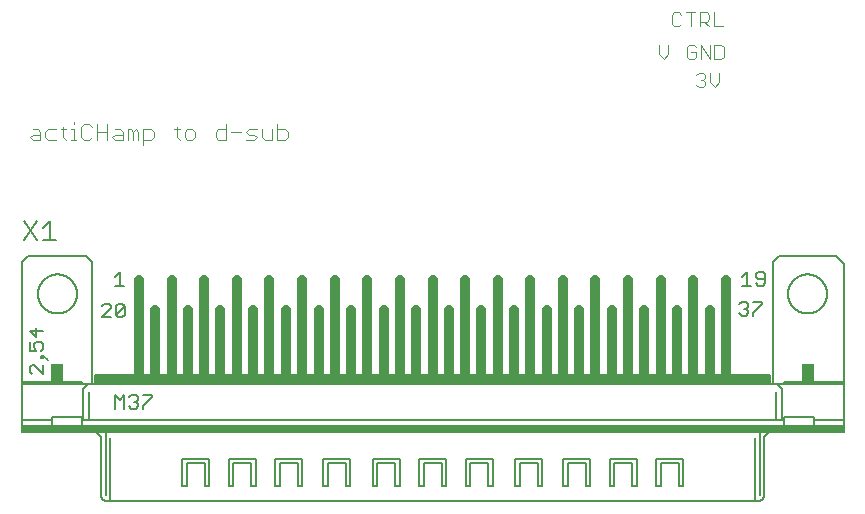
<source format=gto>
G75*
%MOIN*%
%OFA0B0*%
%FSLAX25Y25*%
%IPPOS*%
%LPD*%
%AMOC8*
5,1,8,0,0,1.08239X$1,22.5*
%
%ADD10C,0.00400*%
%ADD11C,0.00600*%
%ADD12C,0.03200*%
%ADD13C,0.00700*%
%ADD14C,0.00500*%
%ADD15R,0.01000X0.09500*%
%ADD16R,0.04000X0.06500*%
%ADD17R,2.25000X0.03000*%
%ADD18R,2.74000X0.02000*%
%ADD19R,0.03200X0.28500*%
%ADD20R,0.03200X0.18500*%
D10*
X0051040Y0119887D02*
X0051040Y0125092D01*
X0053643Y0125092D01*
X0054510Y0124224D01*
X0054510Y0122489D01*
X0053643Y0121622D01*
X0051040Y0121622D01*
X0049354Y0121622D02*
X0049354Y0124224D01*
X0048486Y0125092D01*
X0047619Y0124224D01*
X0047619Y0121622D01*
X0045884Y0121622D02*
X0045884Y0125092D01*
X0046751Y0125092D01*
X0047619Y0124224D01*
X0044197Y0124224D02*
X0044197Y0121622D01*
X0041595Y0121622D01*
X0040728Y0122489D01*
X0041595Y0123357D01*
X0044197Y0123357D01*
X0044197Y0124224D02*
X0043330Y0125092D01*
X0041595Y0125092D01*
X0039041Y0124224D02*
X0035571Y0124224D01*
X0033884Y0122489D02*
X0033017Y0121622D01*
X0031282Y0121622D01*
X0030415Y0122489D01*
X0030415Y0125959D01*
X0031282Y0126826D01*
X0033017Y0126826D01*
X0033884Y0125959D01*
X0035571Y0126826D02*
X0035571Y0121622D01*
X0039041Y0121622D02*
X0039041Y0126826D01*
X0027845Y0126826D02*
X0027845Y0127694D01*
X0027845Y0125092D02*
X0027845Y0121622D01*
X0028712Y0121622D02*
X0026977Y0121622D01*
X0025274Y0121622D02*
X0024407Y0122489D01*
X0024407Y0125959D01*
X0023540Y0125092D02*
X0025274Y0125092D01*
X0026977Y0125092D02*
X0027845Y0125092D01*
X0021853Y0125092D02*
X0019251Y0125092D01*
X0018383Y0124224D01*
X0018383Y0122489D01*
X0019251Y0121622D01*
X0021853Y0121622D01*
X0016696Y0121622D02*
X0014094Y0121622D01*
X0013227Y0122489D01*
X0014094Y0123357D01*
X0016696Y0123357D01*
X0016696Y0124224D02*
X0016696Y0121622D01*
X0016696Y0124224D02*
X0015829Y0125092D01*
X0014094Y0125092D01*
X0061353Y0125092D02*
X0063088Y0125092D01*
X0062221Y0125959D02*
X0062221Y0122489D01*
X0063088Y0121622D01*
X0064791Y0122489D02*
X0065658Y0121622D01*
X0067393Y0121622D01*
X0068260Y0122489D01*
X0068260Y0124224D01*
X0067393Y0125092D01*
X0065658Y0125092D01*
X0064791Y0124224D01*
X0064791Y0122489D01*
X0075104Y0122489D02*
X0075104Y0124224D01*
X0075971Y0125092D01*
X0078573Y0125092D01*
X0078573Y0126826D02*
X0078573Y0121622D01*
X0075971Y0121622D01*
X0075104Y0122489D01*
X0080260Y0124224D02*
X0083730Y0124224D01*
X0085416Y0124224D02*
X0086284Y0125092D01*
X0088886Y0125092D01*
X0090573Y0125092D02*
X0090573Y0122489D01*
X0091440Y0121622D01*
X0094042Y0121622D01*
X0094042Y0125092D01*
X0095729Y0125092D02*
X0098331Y0125092D01*
X0099199Y0124224D01*
X0099199Y0122489D01*
X0098331Y0121622D01*
X0095729Y0121622D01*
X0095729Y0126826D01*
X0088886Y0122489D02*
X0088019Y0121622D01*
X0085416Y0121622D01*
X0086284Y0123357D02*
X0085416Y0124224D01*
X0086284Y0123357D02*
X0088019Y0123357D01*
X0088886Y0122489D01*
X0222983Y0150145D02*
X0224517Y0148610D01*
X0226052Y0150145D01*
X0226052Y0153214D01*
X0222983Y0153214D02*
X0222983Y0150145D01*
X0232191Y0149378D02*
X0232958Y0148610D01*
X0234492Y0148610D01*
X0235260Y0149378D01*
X0235260Y0150912D01*
X0233725Y0150912D01*
X0232191Y0149378D02*
X0232191Y0152447D01*
X0232958Y0153214D01*
X0234492Y0153214D01*
X0235260Y0152447D01*
X0236794Y0153214D02*
X0239864Y0148610D01*
X0239864Y0153214D01*
X0241398Y0153214D02*
X0243700Y0153214D01*
X0244468Y0152447D01*
X0244468Y0149378D01*
X0243700Y0148610D01*
X0241398Y0148610D01*
X0241398Y0153214D01*
X0236794Y0153214D02*
X0236794Y0148610D01*
X0236085Y0143864D02*
X0237620Y0143864D01*
X0238387Y0143096D01*
X0238387Y0142329D01*
X0237620Y0141562D01*
X0238387Y0140794D01*
X0238387Y0140027D01*
X0237620Y0139260D01*
X0236085Y0139260D01*
X0235318Y0140027D01*
X0236853Y0141562D02*
X0237620Y0141562D01*
X0239922Y0140794D02*
X0241457Y0139260D01*
X0242991Y0140794D01*
X0242991Y0143864D01*
X0239922Y0143864D02*
X0239922Y0140794D01*
X0236085Y0143864D02*
X0235318Y0143096D01*
X0236509Y0159516D02*
X0236509Y0164120D01*
X0238811Y0164120D01*
X0239579Y0163352D01*
X0239579Y0161818D01*
X0238811Y0161050D01*
X0236509Y0161050D01*
X0238044Y0161050D02*
X0239579Y0159516D01*
X0241113Y0159516D02*
X0244183Y0159516D01*
X0241113Y0159516D02*
X0241113Y0164120D01*
X0234975Y0164120D02*
X0231905Y0164120D01*
X0233440Y0164120D02*
X0233440Y0159516D01*
X0230371Y0160283D02*
X0229604Y0159516D01*
X0228069Y0159516D01*
X0227302Y0160283D01*
X0227302Y0163352D01*
X0228069Y0164120D01*
X0229604Y0164120D01*
X0230371Y0163352D01*
D11*
X0036917Y0021800D02*
X0036917Y0003300D01*
X0038417Y0003300D02*
X0038417Y0024300D01*
X0010417Y0024300D01*
X0010417Y0026300D01*
X0020417Y0026300D01*
X0030417Y0026300D01*
X0030417Y0028300D01*
X0030917Y0028300D01*
X0030917Y0037800D01*
X0030919Y0037898D01*
X0030925Y0037996D01*
X0030934Y0038094D01*
X0030948Y0038191D01*
X0030965Y0038288D01*
X0030986Y0038384D01*
X0031011Y0038479D01*
X0031039Y0038573D01*
X0031072Y0038665D01*
X0031107Y0038757D01*
X0031147Y0038847D01*
X0031189Y0038935D01*
X0031236Y0039022D01*
X0031285Y0039106D01*
X0031338Y0039189D01*
X0031394Y0039269D01*
X0031454Y0039348D01*
X0031516Y0039424D01*
X0031581Y0039497D01*
X0031649Y0039568D01*
X0031720Y0039636D01*
X0031793Y0039701D01*
X0031869Y0039763D01*
X0031948Y0039823D01*
X0032028Y0039879D01*
X0032111Y0039932D01*
X0032195Y0039981D01*
X0032282Y0040028D01*
X0032370Y0040070D01*
X0032460Y0040110D01*
X0032552Y0040145D01*
X0032644Y0040178D01*
X0032738Y0040206D01*
X0032833Y0040231D01*
X0032929Y0040252D01*
X0033026Y0040269D01*
X0033123Y0040283D01*
X0033221Y0040292D01*
X0033319Y0040298D01*
X0033417Y0040300D01*
X0033917Y0040300D02*
X0033917Y0080800D01*
X0031917Y0082800D01*
X0012417Y0082800D01*
X0010417Y0080800D01*
X0010417Y0040800D01*
X0030417Y0040800D01*
X0030417Y0040300D01*
X0010417Y0040300D01*
X0010417Y0040800D01*
X0010417Y0040300D02*
X0010417Y0028300D01*
X0020417Y0028300D01*
X0020417Y0029300D01*
X0030417Y0029300D01*
X0030417Y0028300D01*
X0030917Y0028300D02*
X0263917Y0028300D01*
X0263917Y0037800D01*
X0263915Y0037898D01*
X0263909Y0037996D01*
X0263900Y0038094D01*
X0263886Y0038191D01*
X0263869Y0038288D01*
X0263848Y0038384D01*
X0263823Y0038479D01*
X0263795Y0038573D01*
X0263762Y0038665D01*
X0263727Y0038757D01*
X0263687Y0038847D01*
X0263645Y0038935D01*
X0263598Y0039022D01*
X0263549Y0039106D01*
X0263496Y0039189D01*
X0263440Y0039269D01*
X0263380Y0039348D01*
X0263318Y0039424D01*
X0263253Y0039497D01*
X0263185Y0039568D01*
X0263114Y0039636D01*
X0263041Y0039701D01*
X0262965Y0039763D01*
X0262886Y0039823D01*
X0262806Y0039879D01*
X0262723Y0039932D01*
X0262639Y0039981D01*
X0262552Y0040028D01*
X0262464Y0040070D01*
X0262374Y0040110D01*
X0262282Y0040145D01*
X0262190Y0040178D01*
X0262096Y0040206D01*
X0262001Y0040231D01*
X0261905Y0040252D01*
X0261808Y0040269D01*
X0261711Y0040283D01*
X0261613Y0040292D01*
X0261515Y0040298D01*
X0261417Y0040300D01*
X0260917Y0040300D02*
X0260917Y0080800D01*
X0262917Y0082800D01*
X0281917Y0082800D01*
X0284417Y0080300D01*
X0284417Y0040800D01*
X0264417Y0040800D01*
X0264417Y0040300D01*
X0260917Y0040300D01*
X0259917Y0040300D01*
X0034917Y0040300D01*
X0033917Y0040300D01*
X0030417Y0040300D01*
X0034917Y0040300D02*
X0034917Y0043300D01*
X0259917Y0043300D01*
X0259917Y0040300D01*
X0264417Y0040300D02*
X0284417Y0040300D01*
X0284417Y0040800D01*
X0284417Y0040300D02*
X0284417Y0028300D01*
X0284417Y0026300D01*
X0274417Y0026300D01*
X0274417Y0028300D01*
X0274417Y0029300D01*
X0264417Y0029300D01*
X0264417Y0028300D01*
X0263917Y0028300D01*
X0264417Y0028300D02*
X0264417Y0026300D01*
X0030417Y0026300D01*
X0034417Y0024300D02*
X0034515Y0024298D01*
X0034613Y0024292D01*
X0034711Y0024283D01*
X0034808Y0024269D01*
X0034905Y0024252D01*
X0035001Y0024231D01*
X0035096Y0024206D01*
X0035190Y0024178D01*
X0035282Y0024145D01*
X0035374Y0024110D01*
X0035464Y0024070D01*
X0035552Y0024028D01*
X0035639Y0023981D01*
X0035723Y0023932D01*
X0035806Y0023879D01*
X0035886Y0023823D01*
X0035965Y0023763D01*
X0036041Y0023701D01*
X0036114Y0023636D01*
X0036185Y0023568D01*
X0036253Y0023497D01*
X0036318Y0023424D01*
X0036380Y0023348D01*
X0036440Y0023269D01*
X0036496Y0023189D01*
X0036549Y0023106D01*
X0036598Y0023022D01*
X0036645Y0022935D01*
X0036687Y0022847D01*
X0036727Y0022757D01*
X0036762Y0022665D01*
X0036795Y0022573D01*
X0036823Y0022479D01*
X0036848Y0022384D01*
X0036869Y0022288D01*
X0036886Y0022191D01*
X0036900Y0022094D01*
X0036909Y0021996D01*
X0036915Y0021898D01*
X0036917Y0021800D01*
X0038417Y0024300D02*
X0256417Y0024300D01*
X0284417Y0024300D01*
X0284417Y0026300D01*
X0284417Y0028300D02*
X0274417Y0028300D01*
X0274417Y0026300D02*
X0264417Y0026300D01*
X0260417Y0024300D02*
X0260319Y0024298D01*
X0260221Y0024292D01*
X0260123Y0024283D01*
X0260026Y0024269D01*
X0259929Y0024252D01*
X0259833Y0024231D01*
X0259738Y0024206D01*
X0259644Y0024178D01*
X0259552Y0024145D01*
X0259460Y0024110D01*
X0259370Y0024070D01*
X0259282Y0024028D01*
X0259195Y0023981D01*
X0259111Y0023932D01*
X0259028Y0023879D01*
X0258948Y0023823D01*
X0258869Y0023763D01*
X0258793Y0023701D01*
X0258720Y0023636D01*
X0258649Y0023568D01*
X0258581Y0023497D01*
X0258516Y0023424D01*
X0258454Y0023348D01*
X0258394Y0023269D01*
X0258338Y0023189D01*
X0258285Y0023106D01*
X0258236Y0023022D01*
X0258189Y0022935D01*
X0258147Y0022847D01*
X0258107Y0022757D01*
X0258072Y0022665D01*
X0258039Y0022573D01*
X0258011Y0022479D01*
X0257986Y0022384D01*
X0257965Y0022288D01*
X0257948Y0022191D01*
X0257934Y0022094D01*
X0257925Y0021996D01*
X0257919Y0021898D01*
X0257917Y0021800D01*
X0257917Y0003300D01*
X0256417Y0003300D02*
X0256417Y0024300D01*
X0254917Y0022300D02*
X0254917Y0001300D01*
X0039917Y0001300D01*
X0038917Y0001300D01*
X0039917Y0001300D02*
X0039917Y0022300D01*
X0020417Y0026300D02*
X0020417Y0028300D01*
X0010417Y0028300D02*
X0010417Y0026300D01*
X0036917Y0003300D02*
X0036919Y0003213D01*
X0036925Y0003126D01*
X0036934Y0003039D01*
X0036947Y0002953D01*
X0036964Y0002867D01*
X0036985Y0002782D01*
X0037010Y0002699D01*
X0037038Y0002616D01*
X0037069Y0002535D01*
X0037104Y0002455D01*
X0037143Y0002377D01*
X0037185Y0002300D01*
X0037230Y0002225D01*
X0037279Y0002153D01*
X0037330Y0002082D01*
X0037385Y0002014D01*
X0037442Y0001949D01*
X0037503Y0001886D01*
X0037566Y0001825D01*
X0037631Y0001768D01*
X0037699Y0001713D01*
X0037770Y0001662D01*
X0037842Y0001613D01*
X0037917Y0001568D01*
X0037994Y0001526D01*
X0038072Y0001487D01*
X0038152Y0001452D01*
X0038233Y0001421D01*
X0038316Y0001393D01*
X0038399Y0001368D01*
X0038484Y0001347D01*
X0038570Y0001330D01*
X0038656Y0001317D01*
X0038743Y0001308D01*
X0038830Y0001302D01*
X0038917Y0001300D01*
X0063917Y0006300D02*
X0063917Y0015300D01*
X0072917Y0015300D01*
X0072917Y0006300D01*
X0071417Y0006300D01*
X0071417Y0013800D01*
X0065417Y0013800D01*
X0065417Y0006300D01*
X0063917Y0006300D01*
X0079417Y0006300D02*
X0079417Y0015300D01*
X0088417Y0015300D01*
X0088417Y0006300D01*
X0086917Y0006300D01*
X0086917Y0013800D01*
X0080917Y0013800D01*
X0080917Y0006300D01*
X0079417Y0006300D01*
X0094917Y0006300D02*
X0094917Y0015300D01*
X0103917Y0015300D01*
X0103917Y0006300D01*
X0102417Y0006300D01*
X0102417Y0013800D01*
X0096417Y0013800D01*
X0096417Y0006300D01*
X0094917Y0006300D01*
X0110917Y0006300D02*
X0110917Y0015300D01*
X0119917Y0015300D01*
X0119917Y0006300D01*
X0118417Y0006300D01*
X0118417Y0013800D01*
X0112417Y0013800D01*
X0112417Y0006300D01*
X0110917Y0006300D01*
X0127417Y0006300D02*
X0127417Y0015300D01*
X0136417Y0015300D01*
X0136417Y0006300D01*
X0134917Y0006300D01*
X0134917Y0013800D01*
X0128917Y0013800D01*
X0128917Y0006300D01*
X0127417Y0006300D01*
X0142917Y0006300D02*
X0142917Y0015300D01*
X0151917Y0015300D01*
X0151917Y0006300D01*
X0150417Y0006300D01*
X0150417Y0013800D01*
X0144417Y0013800D01*
X0144417Y0006300D01*
X0142917Y0006300D01*
X0158417Y0006300D02*
X0158417Y0015300D01*
X0167417Y0015300D01*
X0167417Y0006300D01*
X0165917Y0006300D01*
X0165917Y0013800D01*
X0159917Y0013800D01*
X0159917Y0006300D01*
X0158417Y0006300D01*
X0174917Y0006300D02*
X0174917Y0015300D01*
X0183917Y0015300D01*
X0183917Y0006300D01*
X0182417Y0006300D01*
X0182417Y0013800D01*
X0176417Y0013800D01*
X0176417Y0006300D01*
X0174917Y0006300D01*
X0190917Y0006300D02*
X0190917Y0015300D01*
X0199917Y0015300D01*
X0199917Y0006300D01*
X0198417Y0006300D01*
X0198417Y0013800D01*
X0192417Y0013800D01*
X0192417Y0006300D01*
X0190917Y0006300D01*
X0206417Y0006300D02*
X0206417Y0015300D01*
X0215417Y0015300D01*
X0215417Y0006300D01*
X0213917Y0006300D01*
X0213917Y0013800D01*
X0207917Y0013800D01*
X0207917Y0006300D01*
X0206417Y0006300D01*
X0221917Y0006300D02*
X0221917Y0015300D01*
X0230917Y0015300D01*
X0230917Y0006300D01*
X0229417Y0006300D01*
X0229417Y0013800D01*
X0223417Y0013800D01*
X0223417Y0006300D01*
X0221917Y0006300D01*
X0254917Y0001300D02*
X0255917Y0001300D01*
X0256004Y0001302D01*
X0256091Y0001308D01*
X0256178Y0001317D01*
X0256264Y0001330D01*
X0256350Y0001347D01*
X0256435Y0001368D01*
X0256518Y0001393D01*
X0256601Y0001421D01*
X0256682Y0001452D01*
X0256762Y0001487D01*
X0256840Y0001526D01*
X0256917Y0001568D01*
X0256992Y0001613D01*
X0257064Y0001662D01*
X0257135Y0001713D01*
X0257203Y0001768D01*
X0257268Y0001825D01*
X0257331Y0001886D01*
X0257392Y0001949D01*
X0257449Y0002014D01*
X0257504Y0002082D01*
X0257555Y0002153D01*
X0257604Y0002225D01*
X0257649Y0002300D01*
X0257691Y0002377D01*
X0257730Y0002455D01*
X0257765Y0002535D01*
X0257796Y0002616D01*
X0257824Y0002699D01*
X0257849Y0002782D01*
X0257870Y0002867D01*
X0257887Y0002953D01*
X0257900Y0003039D01*
X0257909Y0003126D01*
X0257915Y0003213D01*
X0257917Y0003300D01*
X0265917Y0070300D02*
X0265919Y0070461D01*
X0265925Y0070621D01*
X0265935Y0070782D01*
X0265949Y0070942D01*
X0265967Y0071102D01*
X0265988Y0071261D01*
X0266014Y0071420D01*
X0266044Y0071578D01*
X0266077Y0071735D01*
X0266115Y0071892D01*
X0266156Y0072047D01*
X0266201Y0072201D01*
X0266250Y0072354D01*
X0266303Y0072506D01*
X0266359Y0072657D01*
X0266420Y0072806D01*
X0266483Y0072954D01*
X0266551Y0073100D01*
X0266622Y0073244D01*
X0266696Y0073386D01*
X0266774Y0073527D01*
X0266856Y0073665D01*
X0266941Y0073802D01*
X0267029Y0073936D01*
X0267121Y0074068D01*
X0267216Y0074198D01*
X0267314Y0074326D01*
X0267415Y0074451D01*
X0267519Y0074573D01*
X0267626Y0074693D01*
X0267736Y0074810D01*
X0267849Y0074925D01*
X0267965Y0075036D01*
X0268084Y0075145D01*
X0268205Y0075250D01*
X0268329Y0075353D01*
X0268455Y0075453D01*
X0268583Y0075549D01*
X0268714Y0075642D01*
X0268848Y0075732D01*
X0268983Y0075819D01*
X0269121Y0075902D01*
X0269260Y0075982D01*
X0269402Y0076058D01*
X0269545Y0076131D01*
X0269690Y0076200D01*
X0269837Y0076266D01*
X0269985Y0076328D01*
X0270135Y0076386D01*
X0270286Y0076441D01*
X0270439Y0076492D01*
X0270593Y0076539D01*
X0270748Y0076582D01*
X0270904Y0076621D01*
X0271060Y0076657D01*
X0271218Y0076688D01*
X0271376Y0076716D01*
X0271535Y0076740D01*
X0271695Y0076760D01*
X0271855Y0076776D01*
X0272015Y0076788D01*
X0272176Y0076796D01*
X0272337Y0076800D01*
X0272497Y0076800D01*
X0272658Y0076796D01*
X0272819Y0076788D01*
X0272979Y0076776D01*
X0273139Y0076760D01*
X0273299Y0076740D01*
X0273458Y0076716D01*
X0273616Y0076688D01*
X0273774Y0076657D01*
X0273930Y0076621D01*
X0274086Y0076582D01*
X0274241Y0076539D01*
X0274395Y0076492D01*
X0274548Y0076441D01*
X0274699Y0076386D01*
X0274849Y0076328D01*
X0274997Y0076266D01*
X0275144Y0076200D01*
X0275289Y0076131D01*
X0275432Y0076058D01*
X0275574Y0075982D01*
X0275713Y0075902D01*
X0275851Y0075819D01*
X0275986Y0075732D01*
X0276120Y0075642D01*
X0276251Y0075549D01*
X0276379Y0075453D01*
X0276505Y0075353D01*
X0276629Y0075250D01*
X0276750Y0075145D01*
X0276869Y0075036D01*
X0276985Y0074925D01*
X0277098Y0074810D01*
X0277208Y0074693D01*
X0277315Y0074573D01*
X0277419Y0074451D01*
X0277520Y0074326D01*
X0277618Y0074198D01*
X0277713Y0074068D01*
X0277805Y0073936D01*
X0277893Y0073802D01*
X0277978Y0073665D01*
X0278060Y0073527D01*
X0278138Y0073386D01*
X0278212Y0073244D01*
X0278283Y0073100D01*
X0278351Y0072954D01*
X0278414Y0072806D01*
X0278475Y0072657D01*
X0278531Y0072506D01*
X0278584Y0072354D01*
X0278633Y0072201D01*
X0278678Y0072047D01*
X0278719Y0071892D01*
X0278757Y0071735D01*
X0278790Y0071578D01*
X0278820Y0071420D01*
X0278846Y0071261D01*
X0278867Y0071102D01*
X0278885Y0070942D01*
X0278899Y0070782D01*
X0278909Y0070621D01*
X0278915Y0070461D01*
X0278917Y0070300D01*
X0278915Y0070139D01*
X0278909Y0069979D01*
X0278899Y0069818D01*
X0278885Y0069658D01*
X0278867Y0069498D01*
X0278846Y0069339D01*
X0278820Y0069180D01*
X0278790Y0069022D01*
X0278757Y0068865D01*
X0278719Y0068708D01*
X0278678Y0068553D01*
X0278633Y0068399D01*
X0278584Y0068246D01*
X0278531Y0068094D01*
X0278475Y0067943D01*
X0278414Y0067794D01*
X0278351Y0067646D01*
X0278283Y0067500D01*
X0278212Y0067356D01*
X0278138Y0067214D01*
X0278060Y0067073D01*
X0277978Y0066935D01*
X0277893Y0066798D01*
X0277805Y0066664D01*
X0277713Y0066532D01*
X0277618Y0066402D01*
X0277520Y0066274D01*
X0277419Y0066149D01*
X0277315Y0066027D01*
X0277208Y0065907D01*
X0277098Y0065790D01*
X0276985Y0065675D01*
X0276869Y0065564D01*
X0276750Y0065455D01*
X0276629Y0065350D01*
X0276505Y0065247D01*
X0276379Y0065147D01*
X0276251Y0065051D01*
X0276120Y0064958D01*
X0275986Y0064868D01*
X0275851Y0064781D01*
X0275713Y0064698D01*
X0275574Y0064618D01*
X0275432Y0064542D01*
X0275289Y0064469D01*
X0275144Y0064400D01*
X0274997Y0064334D01*
X0274849Y0064272D01*
X0274699Y0064214D01*
X0274548Y0064159D01*
X0274395Y0064108D01*
X0274241Y0064061D01*
X0274086Y0064018D01*
X0273930Y0063979D01*
X0273774Y0063943D01*
X0273616Y0063912D01*
X0273458Y0063884D01*
X0273299Y0063860D01*
X0273139Y0063840D01*
X0272979Y0063824D01*
X0272819Y0063812D01*
X0272658Y0063804D01*
X0272497Y0063800D01*
X0272337Y0063800D01*
X0272176Y0063804D01*
X0272015Y0063812D01*
X0271855Y0063824D01*
X0271695Y0063840D01*
X0271535Y0063860D01*
X0271376Y0063884D01*
X0271218Y0063912D01*
X0271060Y0063943D01*
X0270904Y0063979D01*
X0270748Y0064018D01*
X0270593Y0064061D01*
X0270439Y0064108D01*
X0270286Y0064159D01*
X0270135Y0064214D01*
X0269985Y0064272D01*
X0269837Y0064334D01*
X0269690Y0064400D01*
X0269545Y0064469D01*
X0269402Y0064542D01*
X0269260Y0064618D01*
X0269121Y0064698D01*
X0268983Y0064781D01*
X0268848Y0064868D01*
X0268714Y0064958D01*
X0268583Y0065051D01*
X0268455Y0065147D01*
X0268329Y0065247D01*
X0268205Y0065350D01*
X0268084Y0065455D01*
X0267965Y0065564D01*
X0267849Y0065675D01*
X0267736Y0065790D01*
X0267626Y0065907D01*
X0267519Y0066027D01*
X0267415Y0066149D01*
X0267314Y0066274D01*
X0267216Y0066402D01*
X0267121Y0066532D01*
X0267029Y0066664D01*
X0266941Y0066798D01*
X0266856Y0066935D01*
X0266774Y0067073D01*
X0266696Y0067214D01*
X0266622Y0067356D01*
X0266551Y0067500D01*
X0266483Y0067646D01*
X0266420Y0067794D01*
X0266359Y0067943D01*
X0266303Y0068094D01*
X0266250Y0068246D01*
X0266201Y0068399D01*
X0266156Y0068553D01*
X0266115Y0068708D01*
X0266077Y0068865D01*
X0266044Y0069022D01*
X0266014Y0069180D01*
X0265988Y0069339D01*
X0265967Y0069498D01*
X0265949Y0069658D01*
X0265935Y0069818D01*
X0265925Y0069979D01*
X0265919Y0070139D01*
X0265917Y0070300D01*
X0015917Y0070300D02*
X0015919Y0070461D01*
X0015925Y0070621D01*
X0015935Y0070782D01*
X0015949Y0070942D01*
X0015967Y0071102D01*
X0015988Y0071261D01*
X0016014Y0071420D01*
X0016044Y0071578D01*
X0016077Y0071735D01*
X0016115Y0071892D01*
X0016156Y0072047D01*
X0016201Y0072201D01*
X0016250Y0072354D01*
X0016303Y0072506D01*
X0016359Y0072657D01*
X0016420Y0072806D01*
X0016483Y0072954D01*
X0016551Y0073100D01*
X0016622Y0073244D01*
X0016696Y0073386D01*
X0016774Y0073527D01*
X0016856Y0073665D01*
X0016941Y0073802D01*
X0017029Y0073936D01*
X0017121Y0074068D01*
X0017216Y0074198D01*
X0017314Y0074326D01*
X0017415Y0074451D01*
X0017519Y0074573D01*
X0017626Y0074693D01*
X0017736Y0074810D01*
X0017849Y0074925D01*
X0017965Y0075036D01*
X0018084Y0075145D01*
X0018205Y0075250D01*
X0018329Y0075353D01*
X0018455Y0075453D01*
X0018583Y0075549D01*
X0018714Y0075642D01*
X0018848Y0075732D01*
X0018983Y0075819D01*
X0019121Y0075902D01*
X0019260Y0075982D01*
X0019402Y0076058D01*
X0019545Y0076131D01*
X0019690Y0076200D01*
X0019837Y0076266D01*
X0019985Y0076328D01*
X0020135Y0076386D01*
X0020286Y0076441D01*
X0020439Y0076492D01*
X0020593Y0076539D01*
X0020748Y0076582D01*
X0020904Y0076621D01*
X0021060Y0076657D01*
X0021218Y0076688D01*
X0021376Y0076716D01*
X0021535Y0076740D01*
X0021695Y0076760D01*
X0021855Y0076776D01*
X0022015Y0076788D01*
X0022176Y0076796D01*
X0022337Y0076800D01*
X0022497Y0076800D01*
X0022658Y0076796D01*
X0022819Y0076788D01*
X0022979Y0076776D01*
X0023139Y0076760D01*
X0023299Y0076740D01*
X0023458Y0076716D01*
X0023616Y0076688D01*
X0023774Y0076657D01*
X0023930Y0076621D01*
X0024086Y0076582D01*
X0024241Y0076539D01*
X0024395Y0076492D01*
X0024548Y0076441D01*
X0024699Y0076386D01*
X0024849Y0076328D01*
X0024997Y0076266D01*
X0025144Y0076200D01*
X0025289Y0076131D01*
X0025432Y0076058D01*
X0025574Y0075982D01*
X0025713Y0075902D01*
X0025851Y0075819D01*
X0025986Y0075732D01*
X0026120Y0075642D01*
X0026251Y0075549D01*
X0026379Y0075453D01*
X0026505Y0075353D01*
X0026629Y0075250D01*
X0026750Y0075145D01*
X0026869Y0075036D01*
X0026985Y0074925D01*
X0027098Y0074810D01*
X0027208Y0074693D01*
X0027315Y0074573D01*
X0027419Y0074451D01*
X0027520Y0074326D01*
X0027618Y0074198D01*
X0027713Y0074068D01*
X0027805Y0073936D01*
X0027893Y0073802D01*
X0027978Y0073665D01*
X0028060Y0073527D01*
X0028138Y0073386D01*
X0028212Y0073244D01*
X0028283Y0073100D01*
X0028351Y0072954D01*
X0028414Y0072806D01*
X0028475Y0072657D01*
X0028531Y0072506D01*
X0028584Y0072354D01*
X0028633Y0072201D01*
X0028678Y0072047D01*
X0028719Y0071892D01*
X0028757Y0071735D01*
X0028790Y0071578D01*
X0028820Y0071420D01*
X0028846Y0071261D01*
X0028867Y0071102D01*
X0028885Y0070942D01*
X0028899Y0070782D01*
X0028909Y0070621D01*
X0028915Y0070461D01*
X0028917Y0070300D01*
X0028915Y0070139D01*
X0028909Y0069979D01*
X0028899Y0069818D01*
X0028885Y0069658D01*
X0028867Y0069498D01*
X0028846Y0069339D01*
X0028820Y0069180D01*
X0028790Y0069022D01*
X0028757Y0068865D01*
X0028719Y0068708D01*
X0028678Y0068553D01*
X0028633Y0068399D01*
X0028584Y0068246D01*
X0028531Y0068094D01*
X0028475Y0067943D01*
X0028414Y0067794D01*
X0028351Y0067646D01*
X0028283Y0067500D01*
X0028212Y0067356D01*
X0028138Y0067214D01*
X0028060Y0067073D01*
X0027978Y0066935D01*
X0027893Y0066798D01*
X0027805Y0066664D01*
X0027713Y0066532D01*
X0027618Y0066402D01*
X0027520Y0066274D01*
X0027419Y0066149D01*
X0027315Y0066027D01*
X0027208Y0065907D01*
X0027098Y0065790D01*
X0026985Y0065675D01*
X0026869Y0065564D01*
X0026750Y0065455D01*
X0026629Y0065350D01*
X0026505Y0065247D01*
X0026379Y0065147D01*
X0026251Y0065051D01*
X0026120Y0064958D01*
X0025986Y0064868D01*
X0025851Y0064781D01*
X0025713Y0064698D01*
X0025574Y0064618D01*
X0025432Y0064542D01*
X0025289Y0064469D01*
X0025144Y0064400D01*
X0024997Y0064334D01*
X0024849Y0064272D01*
X0024699Y0064214D01*
X0024548Y0064159D01*
X0024395Y0064108D01*
X0024241Y0064061D01*
X0024086Y0064018D01*
X0023930Y0063979D01*
X0023774Y0063943D01*
X0023616Y0063912D01*
X0023458Y0063884D01*
X0023299Y0063860D01*
X0023139Y0063840D01*
X0022979Y0063824D01*
X0022819Y0063812D01*
X0022658Y0063804D01*
X0022497Y0063800D01*
X0022337Y0063800D01*
X0022176Y0063804D01*
X0022015Y0063812D01*
X0021855Y0063824D01*
X0021695Y0063840D01*
X0021535Y0063860D01*
X0021376Y0063884D01*
X0021218Y0063912D01*
X0021060Y0063943D01*
X0020904Y0063979D01*
X0020748Y0064018D01*
X0020593Y0064061D01*
X0020439Y0064108D01*
X0020286Y0064159D01*
X0020135Y0064214D01*
X0019985Y0064272D01*
X0019837Y0064334D01*
X0019690Y0064400D01*
X0019545Y0064469D01*
X0019402Y0064542D01*
X0019260Y0064618D01*
X0019121Y0064698D01*
X0018983Y0064781D01*
X0018848Y0064868D01*
X0018714Y0064958D01*
X0018583Y0065051D01*
X0018455Y0065147D01*
X0018329Y0065247D01*
X0018205Y0065350D01*
X0018084Y0065455D01*
X0017965Y0065564D01*
X0017849Y0065675D01*
X0017736Y0065790D01*
X0017626Y0065907D01*
X0017519Y0066027D01*
X0017415Y0066149D01*
X0017314Y0066274D01*
X0017216Y0066402D01*
X0017121Y0066532D01*
X0017029Y0066664D01*
X0016941Y0066798D01*
X0016856Y0066935D01*
X0016774Y0067073D01*
X0016696Y0067214D01*
X0016622Y0067356D01*
X0016551Y0067500D01*
X0016483Y0067646D01*
X0016420Y0067794D01*
X0016359Y0067943D01*
X0016303Y0068094D01*
X0016250Y0068246D01*
X0016201Y0068399D01*
X0016156Y0068553D01*
X0016115Y0068708D01*
X0016077Y0068865D01*
X0016044Y0069022D01*
X0016014Y0069180D01*
X0015988Y0069339D01*
X0015967Y0069498D01*
X0015949Y0069658D01*
X0015935Y0069818D01*
X0015925Y0069979D01*
X0015919Y0070139D01*
X0015917Y0070300D01*
D12*
X0049617Y0070800D02*
X0049617Y0074800D01*
X0060417Y0074800D02*
X0060417Y0070800D01*
X0055017Y0064900D02*
X0055017Y0060900D01*
X0065917Y0060900D02*
X0065917Y0064900D01*
X0076717Y0064900D02*
X0076717Y0060900D01*
X0087617Y0060800D02*
X0087617Y0064800D01*
X0093017Y0070800D02*
X0093017Y0074800D01*
X0082217Y0074800D02*
X0082217Y0070800D01*
X0071317Y0070900D02*
X0071317Y0074900D01*
X0098517Y0064800D02*
X0098517Y0060800D01*
X0109417Y0060800D02*
X0109417Y0064800D01*
X0114817Y0070800D02*
X0114817Y0074800D01*
X0103917Y0074800D02*
X0103917Y0070800D01*
X0120217Y0064800D02*
X0120217Y0060800D01*
X0131117Y0060800D02*
X0131117Y0064800D01*
X0136517Y0070800D02*
X0136517Y0074800D01*
X0147417Y0074800D02*
X0147417Y0070800D01*
X0152817Y0064800D02*
X0152817Y0060800D01*
X0142017Y0060800D02*
X0142017Y0064800D01*
X0158317Y0070800D02*
X0158317Y0074800D01*
X0169117Y0074800D02*
X0169117Y0070800D01*
X0180017Y0070800D02*
X0180017Y0074800D01*
X0190917Y0074800D02*
X0190917Y0070800D01*
X0196317Y0064800D02*
X0196317Y0060800D01*
X0207217Y0060800D02*
X0207217Y0064800D01*
X0218017Y0064800D02*
X0218017Y0060800D01*
X0228917Y0060800D02*
X0228917Y0064800D01*
X0234317Y0070800D02*
X0234317Y0074800D01*
X0245217Y0074800D02*
X0245217Y0070800D01*
X0239817Y0064800D02*
X0239817Y0060800D01*
X0223517Y0070800D02*
X0223517Y0074800D01*
X0212617Y0074800D02*
X0212617Y0070800D01*
X0201717Y0070800D02*
X0201717Y0074800D01*
X0185417Y0064800D02*
X0185417Y0060800D01*
X0174617Y0060800D02*
X0174617Y0064800D01*
X0163717Y0064800D02*
X0163717Y0060800D01*
X0125717Y0070800D02*
X0125717Y0074800D01*
D13*
X0021916Y0088150D02*
X0017712Y0088150D01*
X0019814Y0088150D02*
X0019814Y0094455D01*
X0017712Y0092354D01*
X0015470Y0094455D02*
X0011267Y0088150D01*
X0015470Y0088150D02*
X0011267Y0094455D01*
D14*
X0041667Y0076053D02*
X0043168Y0077554D01*
X0043168Y0073050D01*
X0041667Y0073050D02*
X0044669Y0073050D01*
X0044022Y0067054D02*
X0044773Y0066303D01*
X0041770Y0063301D01*
X0042521Y0062550D01*
X0044022Y0062550D01*
X0044773Y0063301D01*
X0044773Y0066303D01*
X0044022Y0067054D02*
X0042521Y0067054D01*
X0041770Y0066303D01*
X0041770Y0063301D01*
X0040169Y0062550D02*
X0037167Y0062550D01*
X0040169Y0065553D01*
X0040169Y0066303D01*
X0039418Y0067054D01*
X0037917Y0067054D01*
X0037167Y0066303D01*
X0017667Y0058079D02*
X0013163Y0058079D01*
X0015415Y0055827D01*
X0015415Y0058830D01*
X0015415Y0054226D02*
X0016916Y0054226D01*
X0017667Y0053475D01*
X0017667Y0051974D01*
X0016916Y0051223D01*
X0015415Y0051223D02*
X0014664Y0052724D01*
X0014664Y0053475D01*
X0015415Y0054226D01*
X0013163Y0054226D02*
X0013163Y0051223D01*
X0015415Y0051223D01*
X0016916Y0049655D02*
X0016916Y0048905D01*
X0017667Y0048905D01*
X0017667Y0049655D01*
X0016916Y0049655D01*
X0017667Y0049655D02*
X0019168Y0048154D01*
X0017667Y0046553D02*
X0017667Y0043550D01*
X0014664Y0046553D01*
X0013913Y0046553D01*
X0013163Y0045802D01*
X0013163Y0044301D01*
X0013913Y0043550D01*
X0041667Y0036554D02*
X0041667Y0032050D01*
X0044669Y0032050D02*
X0044669Y0036554D01*
X0043168Y0035053D01*
X0041667Y0036554D01*
X0046270Y0035803D02*
X0047021Y0036554D01*
X0048522Y0036554D01*
X0049273Y0035803D01*
X0049273Y0035053D01*
X0048522Y0034302D01*
X0049273Y0033551D01*
X0049273Y0032801D01*
X0048522Y0032050D01*
X0047021Y0032050D01*
X0046270Y0032801D01*
X0047772Y0034302D02*
X0048522Y0034302D01*
X0050874Y0032801D02*
X0050874Y0032050D01*
X0050874Y0032801D02*
X0053877Y0035803D01*
X0053877Y0036554D01*
X0050874Y0036554D01*
X0249667Y0063801D02*
X0250417Y0063050D01*
X0251918Y0063050D01*
X0252669Y0063801D01*
X0252669Y0064551D01*
X0251918Y0065302D01*
X0251168Y0065302D01*
X0251918Y0065302D02*
X0252669Y0066053D01*
X0252669Y0066803D01*
X0251918Y0067554D01*
X0250417Y0067554D01*
X0249667Y0066803D01*
X0254270Y0067554D02*
X0257273Y0067554D01*
X0257273Y0066803D01*
X0254270Y0063801D01*
X0254270Y0063050D01*
X0253669Y0073050D02*
X0250667Y0073050D01*
X0252168Y0073050D02*
X0252168Y0077554D01*
X0250667Y0076053D01*
X0255270Y0076053D02*
X0256021Y0075302D01*
X0258273Y0075302D01*
X0258273Y0073801D02*
X0258273Y0076803D01*
X0257522Y0077554D01*
X0256021Y0077554D01*
X0255270Y0076803D01*
X0255270Y0076053D01*
X0255270Y0073801D02*
X0256021Y0073050D01*
X0257522Y0073050D01*
X0258273Y0073801D01*
D15*
X0261917Y0033050D03*
X0032917Y0033050D03*
D16*
X0022117Y0043550D03*
X0272717Y0043550D03*
D17*
X0147417Y0041800D03*
D18*
X0147417Y0025300D03*
D19*
X0147417Y0057550D03*
X0136517Y0057550D03*
X0125717Y0057550D03*
X0114817Y0057550D03*
X0103917Y0057550D03*
X0093017Y0057550D03*
X0082217Y0057550D03*
X0082217Y0057550D03*
X0071317Y0057550D03*
X0060417Y0057550D03*
X0049617Y0057550D03*
X0158317Y0057550D03*
X0169117Y0057550D03*
X0180017Y0057550D03*
X0190917Y0057650D03*
X0201717Y0057550D03*
X0212617Y0057550D03*
X0223517Y0057550D03*
X0234317Y0057550D03*
X0245217Y0057550D03*
D20*
X0239817Y0052550D03*
X0228917Y0052550D03*
X0218017Y0052550D03*
X0207217Y0052550D03*
X0196317Y0052550D03*
X0185417Y0052550D03*
X0174617Y0052550D03*
X0163717Y0052550D03*
X0152817Y0052550D03*
X0142017Y0052550D03*
X0131117Y0052550D03*
X0120217Y0052550D03*
X0109417Y0052550D03*
X0098517Y0052550D03*
X0087617Y0052550D03*
X0087617Y0052550D03*
X0076717Y0052550D03*
X0065917Y0052550D03*
X0055017Y0052550D03*
M02*

</source>
